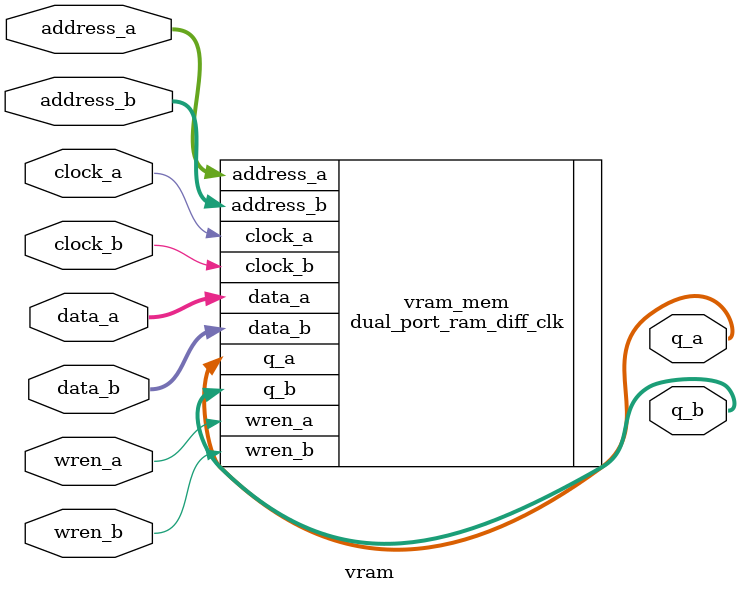
<source format=v>
`timescale 1 ps / 1 ps


module vram (
   input [10:0] address_a,
   input [10:0] address_b, 
   input clock_a,
   input clock_b,
   input [7:0] data_a,
   input [7:0] data_b,
   input wren_a,
   input wren_b,
   output [7:0] q_a,
   output [7:0] q_b
);

   // Instantiate dual_port_ram_diff_clk with parameters for 2KB VRAM
   dual_port_ram_diff_clk #(
       .ADDR_WIDTH_A(11),    // 11-bit address (2048 words)
       .DATA_WIDTH_A(8),     // 8-bit data
       .ADDR_WIDTH_B(11),    // 11-bit address 
       .DATA_WIDTH_B(8)      // 8-bit data
   ) vram_mem (
       .clock_a(clock_a),
       .clock_b(clock_b),
       
       // Port A
       .address_a(address_a),
       .data_a(data_a),
       .wren_a(wren_a),
       .q_a(q_a),
       
       // Port B
       .address_b(address_b),
       .data_b(data_b),
       .wren_b(wren_b),
       .q_b(q_b)
   );

endmodule
</source>
